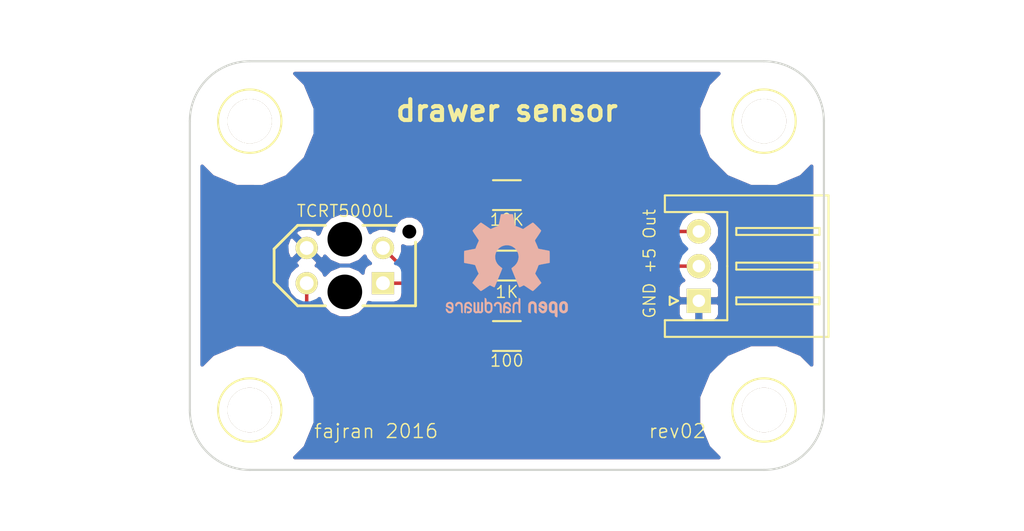
<source format=kicad_pcb>
(kicad_pcb (version 4) (host pcbnew 4.0.3+e1-6302~38~ubuntu15.04.1-stable)

  (general
    (links 8)
    (no_connects 0)
    (area 114.834999 78.639999 188.695001 116.940001)
    (thickness 1.6)
    (drawings 33)
    (tracks 19)
    (zones 0)
    (modules 10)
    (nets 6)
  )

  (page A4)
  (layers
    (0 F.Cu signal)
    (31 B.Cu signal)
    (32 B.Adhes user)
    (33 F.Adhes user)
    (34 B.Paste user)
    (35 F.Paste user)
    (36 B.SilkS user)
    (37 F.SilkS user)
    (38 B.Mask user)
    (39 F.Mask user)
    (40 Dwgs.User user)
    (41 Cmts.User user)
    (42 Eco1.User user)
    (43 Eco2.User user)
    (44 Edge.Cuts user)
    (45 Margin user)
    (46 B.CrtYd user)
    (47 F.CrtYd user)
    (48 B.Fab user)
    (49 F.Fab user)
  )

  (setup
    (last_trace_width 0.25)
    (trace_clearance 0.3)
    (zone_clearance 0.508)
    (zone_45_only yes)
    (trace_min 0.2)
    (segment_width 0.2)
    (edge_width 0.15)
    (via_size 0.6)
    (via_drill 0.4)
    (via_min_size 0.4)
    (via_min_drill 0.3)
    (uvia_size 0.3)
    (uvia_drill 0.1)
    (uvias_allowed no)
    (uvia_min_size 0.2)
    (uvia_min_drill 0.1)
    (pcb_text_width 0.3)
    (pcb_text_size 1.5 1.5)
    (mod_edge_width 0.15)
    (mod_text_size 1 1)
    (mod_text_width 0.15)
    (pad_size 3.2 3.2)
    (pad_drill 3.2)
    (pad_to_mask_clearance 0.2)
    (aux_axis_origin 151.13 97.79)
    (visible_elements FFFFFF7F)
    (pcbplotparams
      (layerselection 0x010f0_80000001)
      (usegerberextensions false)
      (excludeedgelayer true)
      (linewidth 0.100000)
      (plotframeref false)
      (viasonmask false)
      (mode 1)
      (useauxorigin false)
      (hpglpennumber 1)
      (hpglpenspeed 20)
      (hpglpendiameter 15)
      (hpglpenoverlay 2)
      (psnegative false)
      (psa4output false)
      (plotreference true)
      (plotvalue true)
      (plotinvisibletext false)
      (padsonsilk false)
      (subtractmaskfromsilk false)
      (outputformat 1)
      (mirror false)
      (drillshape 0)
      (scaleselection 1)
      (outputdirectory gerber))
  )

  (net 0 "")
  (net 1 "Net-(R1-Pad1)")
  (net 2 "Net-(R3-Pad2)")
  (net 3 /Out)
  (net 4 GND)
  (net 5 +5V)

  (net_class Default "This is the default net class."
    (clearance 0.3)
    (trace_width 0.25)
    (via_dia 0.6)
    (via_drill 0.4)
    (uvia_dia 0.3)
    (uvia_drill 0.1)
    (add_net +5V)
    (add_net /Out)
    (add_net GND)
    (add_net "Net-(R1-Pad1)")
    (add_net "Net-(R3-Pad2)")
  )

  (module Connect:1pin (layer F.Cu) (tedit 57C0AAF0) (tstamp 579D639E)
    (at 132.842 87.376)
    (descr "module 1 pin (ou trou mecanique de percage)")
    (tags DEV)
    (fp_text reference M (at 0 -3.048) (layer F.SilkS) hide
      (effects (font (size 1 1) (thickness 0.15)))
    )
    (fp_text value 1pin (at 0 2.794) (layer F.Fab) hide
      (effects (font (size 1 1) (thickness 0.15)))
    )
    (fp_circle (center 0 0) (end 0 -2.286) (layer F.SilkS) (width 0.15))
    (pad 1 thru_hole circle (at 0 0) (size 3.2 3.2) (drill 3.2) (layers *.Cu *.Mask F.SilkS)
      (solder_mask_margin 2) (clearance 3))
  )

  (module Connect:1pin (layer F.Cu) (tedit 57C0AAFE) (tstamp 579D660D)
    (at 169.926 87.376)
    (descr "module 1 pin (ou trou mecanique de percage)")
    (tags DEV)
    (fp_text reference REF** (at 0 -3.048) (layer F.SilkS) hide
      (effects (font (size 1 1) (thickness 0.15)))
    )
    (fp_text value 1pin (at 0 2.794) (layer F.Fab) hide
      (effects (font (size 1 1) (thickness 0.15)))
    )
    (fp_circle (center 0 0) (end 0 -2.286) (layer F.SilkS) (width 0.15))
    (pad 1 thru_hole circle (at 0 0) (size 3.2 3.2) (drill 3.2) (layers *.Cu *.Mask F.SilkS)
      (solder_mask_margin 2) (clearance 3))
  )

  (module Connect:1pin (layer F.Cu) (tedit 57C0AB0A) (tstamp 57A69AB0)
    (at 132.842 108.204)
    (descr "module 1 pin (ou trou mecanique de percage)")
    (tags DEV)
    (fp_text reference REF** (at 0 -3.048) (layer F.SilkS) hide
      (effects (font (size 1 1) (thickness 0.15)))
    )
    (fp_text value 1pin (at 0 2.794) (layer F.Fab) hide
      (effects (font (size 1 1) (thickness 0.15)))
    )
    (fp_circle (center 0 0) (end 0 -2.286) (layer F.SilkS) (width 0.15))
    (pad 1 thru_hole circle (at 0 0) (size 3.2 3.2) (drill 3.2) (layers *.Cu *.Mask F.SilkS)
      (solder_mask_margin 2) (clearance 3))
  )

  (module Connect:1pin (layer F.Cu) (tedit 57C0AB06) (tstamp 57A69AD8)
    (at 169.926 108.204)
    (descr "module 1 pin (ou trou mecanique de percage)")
    (tags DEV)
    (fp_text reference REF** (at 0 -3.048) (layer F.SilkS) hide
      (effects (font (size 1 1) (thickness 0.15)))
    )
    (fp_text value 1pin (at 0 2.794) (layer F.Fab) hide
      (effects (font (size 1 1) (thickness 0.15)))
    )
    (fp_circle (center 0 0) (end 0 -2.286) (layer F.SilkS) (width 0.15))
    (pad 1 thru_hole circle (at 0 0) (size 3.2 3.2) (drill 3.2) (layers *.Cu *.Mask F.SilkS)
      (solder_mask_margin 2) (clearance 3))
  )

  (module Resistors_SMD:R_1206_HandSoldering (layer F.Cu) (tedit 57BE1B7C) (tstamp 57BE1910)
    (at 151.384 92.71)
    (descr "Resistor SMD 1206, hand soldering")
    (tags "resistor 1206")
    (path /57893D2E)
    (attr smd)
    (fp_text reference R1 (at 0 -2.3) (layer F.SilkS) hide
      (effects (font (size 1 1) (thickness 0.15)))
    )
    (fp_text value 10K (at 0 1.778) (layer F.SilkS)
      (effects (font (size 0.85 0.85) (thickness 0.1)))
    )
    (fp_line (start -3.3 -1.2) (end 3.3 -1.2) (layer F.CrtYd) (width 0.05))
    (fp_line (start -3.3 1.2) (end 3.3 1.2) (layer F.CrtYd) (width 0.05))
    (fp_line (start -3.3 -1.2) (end -3.3 1.2) (layer F.CrtYd) (width 0.05))
    (fp_line (start 3.3 -1.2) (end 3.3 1.2) (layer F.CrtYd) (width 0.05))
    (fp_line (start 1 1.075) (end -1 1.075) (layer F.SilkS) (width 0.15))
    (fp_line (start -1 -1.075) (end 1 -1.075) (layer F.SilkS) (width 0.15))
    (pad 1 smd rect (at -2 0) (size 2 1.7) (layers F.Cu F.Paste F.Mask)
      (net 1 "Net-(R1-Pad1)"))
    (pad 2 smd rect (at 2 0) (size 2 1.7) (layers F.Cu F.Paste F.Mask)
      (net 4 GND))
    (model Resistors_SMD.3dshapes/R_1206_HandSoldering.wrl
      (at (xyz 0 0 0))
      (scale (xyz 1 1 1))
      (rotate (xyz 0 0 0))
    )
  )

  (module Resistors_SMD:R_1206_HandSoldering (layer F.Cu) (tedit 57BE1A02) (tstamp 57BE1916)
    (at 151.384 97.79 180)
    (descr "Resistor SMD 1206, hand soldering")
    (tags "resistor 1206")
    (path /57893C83)
    (attr smd)
    (fp_text reference R2 (at 0 -2.3 180) (layer F.SilkS) hide
      (effects (font (size 1 1) (thickness 0.15)))
    )
    (fp_text value 1K (at 0 -1.905 180) (layer F.SilkS)
      (effects (font (size 0.85 0.85) (thickness 0.1)))
    )
    (fp_line (start -3.3 -1.2) (end 3.3 -1.2) (layer F.CrtYd) (width 0.05))
    (fp_line (start -3.3 1.2) (end 3.3 1.2) (layer F.CrtYd) (width 0.05))
    (fp_line (start -3.3 -1.2) (end -3.3 1.2) (layer F.CrtYd) (width 0.05))
    (fp_line (start 3.3 -1.2) (end 3.3 1.2) (layer F.CrtYd) (width 0.05))
    (fp_line (start 1 1.075) (end -1 1.075) (layer F.SilkS) (width 0.15))
    (fp_line (start -1 -1.075) (end 1 -1.075) (layer F.SilkS) (width 0.15))
    (pad 1 smd rect (at -2 0 180) (size 2 1.7) (layers F.Cu F.Paste F.Mask)
      (net 3 /Out))
    (pad 2 smd rect (at 2 0 180) (size 2 1.7) (layers F.Cu F.Paste F.Mask)
      (net 1 "Net-(R1-Pad1)"))
    (model Resistors_SMD.3dshapes/R_1206_HandSoldering.wrl
      (at (xyz 0 0 0))
      (scale (xyz 1 1 1))
      (rotate (xyz 0 0 0))
    )
  )

  (module Resistors_SMD:R_1206_HandSoldering (layer F.Cu) (tedit 57BE1B5D) (tstamp 57BE191C)
    (at 151.384 102.87 180)
    (descr "Resistor SMD 1206, hand soldering")
    (tags "resistor 1206")
    (path /57893D49)
    (attr smd)
    (fp_text reference R3 (at 0 -2.3 180) (layer F.SilkS) hide
      (effects (font (size 1 1) (thickness 0.15)))
    )
    (fp_text value 100 (at 0 -1.778 180) (layer F.SilkS)
      (effects (font (size 0.85 0.85) (thickness 0.1)))
    )
    (fp_line (start -3.3 -1.2) (end 3.3 -1.2) (layer F.CrtYd) (width 0.05))
    (fp_line (start -3.3 1.2) (end 3.3 1.2) (layer F.CrtYd) (width 0.05))
    (fp_line (start -3.3 -1.2) (end -3.3 1.2) (layer F.CrtYd) (width 0.05))
    (fp_line (start 3.3 -1.2) (end 3.3 1.2) (layer F.CrtYd) (width 0.05))
    (fp_line (start 1 1.075) (end -1 1.075) (layer F.SilkS) (width 0.15))
    (fp_line (start -1 -1.075) (end 1 -1.075) (layer F.SilkS) (width 0.15))
    (pad 1 smd rect (at -2 0 180) (size 2 1.7) (layers F.Cu F.Paste F.Mask)
      (net 5 +5V))
    (pad 2 smd rect (at 2 0 180) (size 2 1.7) (layers F.Cu F.Paste F.Mask)
      (net 2 "Net-(R3-Pad2)"))
    (model Resistors_SMD.3dshapes/R_1206_HandSoldering.wrl
      (at (xyz 0 0 0))
      (scale (xyz 1 1 1))
      (rotate (xyz 0 0 0))
    )
  )

  (module TCRT5000L:XDCR_TCRT5000L (layer F.Cu) (tedit 57BE19CD) (tstamp 57BE1927)
    (at 139.7 97.79 180)
    (path /57893C3C)
    (solder_mask_margin 0.1)
    (fp_text reference Sensor1 (at -2.56 -3.935 180) (layer F.SilkS) hide
      (effects (font (size 1 1) (thickness 0.05)))
    )
    (fp_text value TCRT5000L (at 0 3.937 180) (layer F.SilkS)
      (effects (font (size 0.85 0.85) (thickness 0.1)))
    )
    (fp_line (start -5.1 -2.9) (end -1.3 -2.9) (layer F.SilkS) (width 0.2))
    (fp_line (start 1.4 -2.9) (end 3.4 -2.9) (layer F.SilkS) (width 0.2))
    (fp_line (start 3.4 2.9) (end 1.4 2.9) (layer F.SilkS) (width 0.2))
    (fp_line (start -1.3 2.9) (end -3.7 2.9) (layer F.SilkS) (width 0.2))
    (fp_line (start -5.1 1.7) (end -5.1 -2.9) (layer F.SilkS) (width 0.2))
    (fp_line (start 3.4 -2.9) (end 5.1 -1.2) (layer F.SilkS) (width 0.2))
    (fp_line (start 5.1 -1.2) (end 5.1 1.2) (layer F.SilkS) (width 0.2))
    (fp_line (start 5.1 1.2) (end 3.4 2.9) (layer F.SilkS) (width 0.2))
    (fp_line (start -5.35 -3.15) (end 5.35 -3.15) (layer Dwgs.User) (width 0.05))
    (fp_line (start 5.35 -3.15) (end 5.35 3.15) (layer Dwgs.User) (width 0.05))
    (fp_line (start 5.35 3.15) (end -5.35 3.15) (layer Dwgs.User) (width 0.05))
    (fp_line (start -5.35 3.15) (end -5.35 -3.15) (layer Dwgs.User) (width 0.05))
    (pad 1 thru_hole rect (at -2.75 -1.27 180) (size 1.6 1.6) (drill 1) (layers *.Cu *.Mask F.SilkS)
      (net 5 +5V) (solder_mask_margin 0.2))
    (pad 2 thru_hole circle (at -2.75 1.27 180) (size 1.6 1.6) (drill 1) (layers *.Cu *.Mask F.SilkS)
      (net 1 "Net-(R1-Pad1)") (solder_mask_margin 0.2))
    (pad 3 thru_hole circle (at 2.75 1.27 180) (size 1.6 1.6) (drill 1) (layers *.Cu *.Mask F.SilkS)
      (net 4 GND) (solder_mask_margin 0.2))
    (pad 4 thru_hole circle (at 2.75 -1.27 180) (size 1.6 1.6) (drill 1) (layers *.Cu *.Mask F.SilkS)
      (net 2 "Net-(R3-Pad2)") (solder_mask_margin 0.2))
    (pad Hole np_thru_hole circle (at 0 -1.9 180) (size 2.5 2.5) (drill 2.5) (layers))
    (pad Hole np_thru_hole circle (at 0 1.9 180) (size 2.5 2.5) (drill 2.5) (layers))
    (pad Hole np_thru_hole circle (at -4.65 2.45 180) (size 1 1) (drill 1) (layers))
  )

  (module Connectors_JST:JST_XH_S03B-XH-A_03x2.50mm_Angled (layer F.Cu) (tedit 57BE1994) (tstamp 57BE192E)
    (at 165.227 100.33 90)
    (descr "JST XH series connector, S03B-XH-A, side entry type, through hole")
    (tags "connector jst xh tht side horizontal angled 2.50mm")
    (path /57A009A5)
    (fp_text reference U1 (at 2.5 -3.5 90) (layer F.SilkS) hide
      (effects (font (size 1 1) (thickness 0.15)))
    )
    (fp_text value 1_Out (at 2.5 10.3 90) (layer F.Fab)
      (effects (font (size 1 1) (thickness 0.15)))
    )
    (fp_line (start -2.95 -2.8) (end -2.95 9.7) (layer F.CrtYd) (width 0.05))
    (fp_line (start -2.95 9.7) (end 7.95 9.7) (layer F.CrtYd) (width 0.05))
    (fp_line (start 7.95 9.7) (end 7.95 -2.8) (layer F.CrtYd) (width 0.05))
    (fp_line (start 7.95 -2.8) (end -2.95 -2.8) (layer F.CrtYd) (width 0.05))
    (fp_line (start 2.5 9.35) (end -2.6 9.35) (layer F.SilkS) (width 0.15))
    (fp_line (start -2.6 9.35) (end -2.6 -2.45) (layer F.SilkS) (width 0.15))
    (fp_line (start -2.6 -2.45) (end -1.4 -2.45) (layer F.SilkS) (width 0.15))
    (fp_line (start -1.4 -2.45) (end -1.4 2.05) (layer F.SilkS) (width 0.15))
    (fp_line (start -1.4 2.05) (end 2.5 2.05) (layer F.SilkS) (width 0.15))
    (fp_line (start 2.5 9.35) (end 7.6 9.35) (layer F.SilkS) (width 0.15))
    (fp_line (start 7.6 9.35) (end 7.6 -2.45) (layer F.SilkS) (width 0.15))
    (fp_line (start 7.6 -2.45) (end 6.4 -2.45) (layer F.SilkS) (width 0.15))
    (fp_line (start 6.4 -2.45) (end 6.4 2.05) (layer F.SilkS) (width 0.15))
    (fp_line (start 6.4 2.05) (end 2.5 2.05) (layer F.SilkS) (width 0.15))
    (fp_line (start -0.25 2.7) (end -0.25 8.7) (layer F.SilkS) (width 0.15))
    (fp_line (start -0.25 8.7) (end 0.25 8.7) (layer F.SilkS) (width 0.15))
    (fp_line (start 0.25 8.7) (end 0.25 2.7) (layer F.SilkS) (width 0.15))
    (fp_line (start 0.25 2.7) (end -0.25 2.7) (layer F.SilkS) (width 0.15))
    (fp_line (start 2.25 2.7) (end 2.25 8.7) (layer F.SilkS) (width 0.15))
    (fp_line (start 2.25 8.7) (end 2.75 8.7) (layer F.SilkS) (width 0.15))
    (fp_line (start 2.75 8.7) (end 2.75 2.7) (layer F.SilkS) (width 0.15))
    (fp_line (start 2.75 2.7) (end 2.25 2.7) (layer F.SilkS) (width 0.15))
    (fp_line (start 4.75 2.7) (end 4.75 8.7) (layer F.SilkS) (width 0.15))
    (fp_line (start 4.75 8.7) (end 5.25 8.7) (layer F.SilkS) (width 0.15))
    (fp_line (start 5.25 8.7) (end 5.25 2.7) (layer F.SilkS) (width 0.15))
    (fp_line (start 5.25 2.7) (end 4.75 2.7) (layer F.SilkS) (width 0.15))
    (fp_line (start 0 -1.5) (end -0.3 -2.1) (layer F.SilkS) (width 0.15))
    (fp_line (start -0.3 -2.1) (end 0.3 -2.1) (layer F.SilkS) (width 0.15))
    (fp_line (start 0.3 -2.1) (end 0 -1.5) (layer F.SilkS) (width 0.15))
    (pad 1 thru_hole rect (at 0 0 90) (size 1.75 1.75) (drill 0.9) (layers *.Cu *.Mask F.SilkS)
      (net 4 GND))
    (pad 2 thru_hole circle (at 2.5 0 90) (size 1.75 1.75) (drill 0.9) (layers *.Cu *.Mask F.SilkS)
      (net 5 +5V))
    (pad 3 thru_hole circle (at 5 0 90) (size 1.75 1.75) (drill 0.9) (layers *.Cu *.Mask F.SilkS)
      (net 3 /Out))
    (model Connectors_JST.3dshapes/JST_XH_S03B-XH-A_03x2.50mm_Angled.wrl
      (at (xyz 0 0 0))
      (scale (xyz 1 1 1))
      (rotate (xyz 0 0 0))
    )
  )

  (module Symbols:OSHW-Logo2_9.8x8mm_SilkScreen (layer B.Cu) (tedit 0) (tstamp 57C17BBD)
    (at 151.384 97.79 180)
    (descr "Open Source Hardware Symbol")
    (tags "Logo Symbol OSHW")
    (attr virtual)
    (fp_text reference REF*** (at 0 0 180) (layer B.SilkS) hide
      (effects (font (size 1 1) (thickness 0.15)) (justify mirror))
    )
    (fp_text value OSHW-Logo2_9.8x8mm_SilkScreen (at 0.75 0 180) (layer B.Fab) hide
      (effects (font (size 1 1) (thickness 0.15)) (justify mirror))
    )
    (fp_poly (pts (xy -3.231114 -2.584505) (xy -3.156461 -2.621727) (xy -3.090569 -2.690261) (xy -3.072423 -2.715648)
      (xy -3.052655 -2.748866) (xy -3.039828 -2.784945) (xy -3.03249 -2.833098) (xy -3.029187 -2.902536)
      (xy -3.028462 -2.994206) (xy -3.031737 -3.11983) (xy -3.043123 -3.214154) (xy -3.064959 -3.284523)
      (xy -3.099581 -3.338286) (xy -3.14933 -3.382788) (xy -3.152986 -3.385423) (xy -3.202015 -3.412377)
      (xy -3.261055 -3.425712) (xy -3.336141 -3.429) (xy -3.458205 -3.429) (xy -3.458256 -3.547497)
      (xy -3.459392 -3.613492) (xy -3.466314 -3.652202) (xy -3.484402 -3.675419) (xy -3.519038 -3.694933)
      (xy -3.527355 -3.69892) (xy -3.56628 -3.717603) (xy -3.596417 -3.729403) (xy -3.618826 -3.730422)
      (xy -3.634567 -3.716761) (xy -3.644698 -3.684522) (xy -3.650277 -3.629804) (xy -3.652365 -3.548711)
      (xy -3.652019 -3.437344) (xy -3.6503 -3.291802) (xy -3.649763 -3.248269) (xy -3.647828 -3.098205)
      (xy -3.646096 -3.000042) (xy -3.458308 -3.000042) (xy -3.457252 -3.083364) (xy -3.452562 -3.13788)
      (xy -3.441949 -3.173837) (xy -3.423128 -3.201482) (xy -3.41035 -3.214965) (xy -3.35811 -3.254417)
      (xy -3.311858 -3.257628) (xy -3.264133 -3.225049) (xy -3.262923 -3.223846) (xy -3.243506 -3.198668)
      (xy -3.231693 -3.164447) (xy -3.225735 -3.111748) (xy -3.22388 -3.031131) (xy -3.223846 -3.013271)
      (xy -3.22833 -2.902175) (xy -3.242926 -2.825161) (xy -3.26935 -2.778147) (xy -3.309317 -2.75705)
      (xy -3.332416 -2.754923) (xy -3.387238 -2.7649) (xy -3.424842 -2.797752) (xy -3.447477 -2.857857)
      (xy -3.457394 -2.949598) (xy -3.458308 -3.000042) (xy -3.646096 -3.000042) (xy -3.645778 -2.98206)
      (xy -3.643127 -2.894679) (xy -3.639394 -2.830905) (xy -3.634093 -2.785582) (xy -3.626742 -2.753555)
      (xy -3.616857 -2.729668) (xy -3.603954 -2.708764) (xy -3.598421 -2.700898) (xy -3.525031 -2.626595)
      (xy -3.43224 -2.584467) (xy -3.324904 -2.572722) (xy -3.231114 -2.584505)) (layer B.SilkS) (width 0.01))
    (fp_poly (pts (xy -1.728336 -2.595089) (xy -1.665633 -2.631358) (xy -1.622039 -2.667358) (xy -1.590155 -2.705075)
      (xy -1.56819 -2.751199) (xy -1.554351 -2.812421) (xy -1.546847 -2.895431) (xy -1.543883 -3.006919)
      (xy -1.543539 -3.087062) (xy -1.543539 -3.382065) (xy -1.709615 -3.456515) (xy -1.719385 -3.133402)
      (xy -1.723421 -3.012729) (xy -1.727656 -2.925141) (xy -1.732903 -2.86465) (xy -1.739975 -2.825268)
      (xy -1.749689 -2.801007) (xy -1.762856 -2.78588) (xy -1.767081 -2.782606) (xy -1.831091 -2.757034)
      (xy -1.895792 -2.767153) (xy -1.934308 -2.794) (xy -1.949975 -2.813024) (xy -1.96082 -2.837988)
      (xy -1.967712 -2.875834) (xy -1.971521 -2.933502) (xy -1.973117 -3.017935) (xy -1.973385 -3.105928)
      (xy -1.973437 -3.216323) (xy -1.975328 -3.294463) (xy -1.981655 -3.347165) (xy -1.995017 -3.381242)
      (xy -2.018015 -3.403511) (xy -2.053246 -3.420787) (xy -2.100303 -3.438738) (xy -2.151697 -3.458278)
      (xy -2.145579 -3.111485) (xy -2.143116 -2.986468) (xy -2.140233 -2.894082) (xy -2.136102 -2.827881)
      (xy -2.129893 -2.78142) (xy -2.120774 -2.748256) (xy -2.107917 -2.721944) (xy -2.092416 -2.698729)
      (xy -2.017629 -2.624569) (xy -1.926372 -2.581684) (xy -1.827117 -2.571412) (xy -1.728336 -2.595089)) (layer B.SilkS) (width 0.01))
    (fp_poly (pts (xy -3.983114 -2.587256) (xy -3.891536 -2.635409) (xy -3.823951 -2.712905) (xy -3.799943 -2.762727)
      (xy -3.781262 -2.837533) (xy -3.771699 -2.932052) (xy -3.770792 -3.03521) (xy -3.778079 -3.135935)
      (xy -3.793097 -3.223153) (xy -3.815385 -3.285791) (xy -3.822235 -3.296579) (xy -3.903368 -3.377105)
      (xy -3.999734 -3.425336) (xy -4.104299 -3.43945) (xy -4.210032 -3.417629) (xy -4.239457 -3.404547)
      (xy -4.296759 -3.364231) (xy -4.34705 -3.310775) (xy -4.351803 -3.303995) (xy -4.371122 -3.271321)
      (xy -4.383892 -3.236394) (xy -4.391436 -3.190414) (xy -4.395076 -3.124584) (xy -4.396135 -3.030105)
      (xy -4.396154 -3.008923) (xy -4.396106 -3.002182) (xy -4.200769 -3.002182) (xy -4.199632 -3.091349)
      (xy -4.195159 -3.15052) (xy -4.185754 -3.188741) (xy -4.169824 -3.215053) (xy -4.161692 -3.223846)
      (xy -4.114942 -3.257261) (xy -4.069553 -3.255737) (xy -4.02366 -3.226752) (xy -3.996288 -3.195809)
      (xy -3.980077 -3.150643) (xy -3.970974 -3.07942) (xy -3.970349 -3.071114) (xy -3.968796 -2.942037)
      (xy -3.985035 -2.846172) (xy -4.018848 -2.784107) (xy -4.070016 -2.756432) (xy -4.08828 -2.754923)
      (xy -4.13624 -2.762513) (xy -4.169047 -2.788808) (xy -4.189105 -2.839095) (xy -4.198822 -2.918664)
      (xy -4.200769 -3.002182) (xy -4.396106 -3.002182) (xy -4.395426 -2.908249) (xy -4.392371 -2.837906)
      (xy -4.385678 -2.789163) (xy -4.37404 -2.753288) (xy -4.356147 -2.721548) (xy -4.352192 -2.715648)
      (xy -4.285733 -2.636104) (xy -4.213315 -2.589929) (xy -4.125151 -2.571599) (xy -4.095213 -2.570703)
      (xy -3.983114 -2.587256)) (layer B.SilkS) (width 0.01))
    (fp_poly (pts (xy -2.465746 -2.599745) (xy -2.388714 -2.651567) (xy -2.329184 -2.726412) (xy -2.293622 -2.821654)
      (xy -2.286429 -2.891756) (xy -2.287246 -2.921009) (xy -2.294086 -2.943407) (xy -2.312888 -2.963474)
      (xy -2.349592 -2.985733) (xy -2.410138 -3.014709) (xy -2.500466 -3.054927) (xy -2.500923 -3.055129)
      (xy -2.584067 -3.09321) (xy -2.652247 -3.127025) (xy -2.698495 -3.152933) (xy -2.715842 -3.167295)
      (xy -2.715846 -3.167411) (xy -2.700557 -3.198685) (xy -2.664804 -3.233157) (xy -2.623758 -3.25799)
      (xy -2.602963 -3.262923) (xy -2.54623 -3.245862) (xy -2.497373 -3.203133) (xy -2.473535 -3.156155)
      (xy -2.450603 -3.121522) (xy -2.405682 -3.082081) (xy -2.352877 -3.048009) (xy -2.30629 -3.02948)
      (xy -2.296548 -3.028462) (xy -2.285582 -3.045215) (xy -2.284921 -3.088039) (xy -2.29298 -3.145781)
      (xy -2.308173 -3.207289) (xy -2.328914 -3.261409) (xy -2.329962 -3.26351) (xy -2.392379 -3.35066)
      (xy -2.473274 -3.409939) (xy -2.565144 -3.439034) (xy -2.660487 -3.435634) (xy -2.751802 -3.397428)
      (xy -2.755862 -3.394741) (xy -2.827694 -3.329642) (xy -2.874927 -3.244705) (xy -2.901066 -3.133021)
      (xy -2.904574 -3.101643) (xy -2.910787 -2.953536) (xy -2.903339 -2.884468) (xy -2.715846 -2.884468)
      (xy -2.71341 -2.927552) (xy -2.700086 -2.940126) (xy -2.666868 -2.930719) (xy -2.614506 -2.908483)
      (xy -2.555976 -2.88061) (xy -2.554521 -2.879872) (xy -2.504911 -2.853777) (xy -2.485 -2.836363)
      (xy -2.48991 -2.818107) (xy -2.510584 -2.79412) (xy -2.563181 -2.759406) (xy -2.619823 -2.756856)
      (xy -2.670631 -2.782119) (xy -2.705724 -2.830847) (xy -2.715846 -2.884468) (xy -2.903339 -2.884468)
      (xy -2.898008 -2.835036) (xy -2.865222 -2.741055) (xy -2.819579 -2.675215) (xy -2.737198 -2.608681)
      (xy -2.646454 -2.575676) (xy -2.553815 -2.573573) (xy -2.465746 -2.599745)) (layer B.SilkS) (width 0.01))
    (fp_poly (pts (xy -0.840154 -2.49212) (xy -0.834428 -2.57198) (xy -0.827851 -2.619039) (xy -0.818738 -2.639566)
      (xy -0.805402 -2.639829) (xy -0.801077 -2.637378) (xy -0.743556 -2.619636) (xy -0.668732 -2.620672)
      (xy -0.592661 -2.63891) (xy -0.545082 -2.662505) (xy -0.496298 -2.700198) (xy -0.460636 -2.742855)
      (xy -0.436155 -2.797057) (xy -0.420913 -2.869384) (xy -0.41297 -2.966419) (xy -0.410384 -3.094742)
      (xy -0.410338 -3.119358) (xy -0.410308 -3.39587) (xy -0.471839 -3.41732) (xy -0.515541 -3.431912)
      (xy -0.539518 -3.438706) (xy -0.540223 -3.438769) (xy -0.542585 -3.420345) (xy -0.544594 -3.369526)
      (xy -0.546099 -3.292993) (xy -0.546947 -3.19743) (xy -0.547077 -3.139329) (xy -0.547349 -3.024771)
      (xy -0.548748 -2.942667) (xy -0.552151 -2.886393) (xy -0.558433 -2.849326) (xy -0.568471 -2.824844)
      (xy -0.583139 -2.806325) (xy -0.592298 -2.797406) (xy -0.655211 -2.761466) (xy -0.723864 -2.758775)
      (xy -0.786152 -2.78917) (xy -0.797671 -2.800144) (xy -0.814567 -2.820779) (xy -0.826286 -2.845256)
      (xy -0.833767 -2.880647) (xy -0.837946 -2.934026) (xy -0.839763 -3.012466) (xy -0.840154 -3.120617)
      (xy -0.840154 -3.39587) (xy -0.901685 -3.41732) (xy -0.945387 -3.431912) (xy -0.969364 -3.438706)
      (xy -0.97007 -3.438769) (xy -0.971874 -3.420069) (xy -0.9735 -3.367322) (xy -0.974883 -3.285557)
      (xy -0.975958 -3.179805) (xy -0.97666 -3.055094) (xy -0.976923 -2.916455) (xy -0.976923 -2.381806)
      (xy -0.849923 -2.328236) (xy -0.840154 -2.49212)) (layer B.SilkS) (width 0.01))
    (fp_poly (pts (xy 0.053501 -2.626303) (xy 0.13006 -2.654733) (xy 0.130936 -2.655279) (xy 0.178285 -2.690127)
      (xy 0.213241 -2.730852) (xy 0.237825 -2.783925) (xy 0.254062 -2.855814) (xy 0.263975 -2.952992)
      (xy 0.269586 -3.081928) (xy 0.270077 -3.100298) (xy 0.277141 -3.377287) (xy 0.217695 -3.408028)
      (xy 0.174681 -3.428802) (xy 0.14871 -3.438646) (xy 0.147509 -3.438769) (xy 0.143014 -3.420606)
      (xy 0.139444 -3.371612) (xy 0.137248 -3.300031) (xy 0.136769 -3.242068) (xy 0.136758 -3.14817)
      (xy 0.132466 -3.089203) (xy 0.117503 -3.061079) (xy 0.085482 -3.059706) (xy 0.030014 -3.080998)
      (xy -0.053731 -3.120136) (xy -0.115311 -3.152643) (xy -0.146983 -3.180845) (xy -0.156294 -3.211582)
      (xy -0.156308 -3.213104) (xy -0.140943 -3.266054) (xy -0.095453 -3.29466) (xy -0.025834 -3.298803)
      (xy 0.024313 -3.298084) (xy 0.050754 -3.312527) (xy 0.067243 -3.347218) (xy 0.076733 -3.391416)
      (xy 0.063057 -3.416493) (xy 0.057907 -3.420082) (xy 0.009425 -3.434496) (xy -0.058469 -3.436537)
      (xy -0.128388 -3.426983) (xy -0.177932 -3.409522) (xy -0.24643 -3.351364) (xy -0.285366 -3.270408)
      (xy -0.293077 -3.20716) (xy -0.287193 -3.150111) (xy -0.265899 -3.103542) (xy -0.223735 -3.062181)
      (xy -0.155241 -3.020755) (xy -0.054956 -2.973993) (xy -0.048846 -2.97135) (xy 0.04149 -2.929617)
      (xy 0.097235 -2.895391) (xy 0.121129 -2.864635) (xy 0.115913 -2.833311) (xy 0.084328 -2.797383)
      (xy 0.074883 -2.789116) (xy 0.011617 -2.757058) (xy -0.053936 -2.758407) (xy -0.111028 -2.789838)
      (xy -0.148907 -2.848024) (xy -0.152426 -2.859446) (xy -0.1867 -2.914837) (xy -0.230191 -2.941518)
      (xy -0.293077 -2.96796) (xy -0.293077 -2.899548) (xy -0.273948 -2.80011) (xy -0.217169 -2.708902)
      (xy -0.187622 -2.678389) (xy -0.120458 -2.639228) (xy -0.035044 -2.6215) (xy 0.053501 -2.626303)) (layer B.SilkS) (width 0.01))
    (fp_poly (pts (xy 0.713362 -2.62467) (xy 0.802117 -2.657421) (xy 0.874022 -2.71535) (xy 0.902144 -2.756128)
      (xy 0.932802 -2.830954) (xy 0.932165 -2.885058) (xy 0.899987 -2.921446) (xy 0.888081 -2.927633)
      (xy 0.836675 -2.946925) (xy 0.810422 -2.941982) (xy 0.80153 -2.909587) (xy 0.801077 -2.891692)
      (xy 0.784797 -2.825859) (xy 0.742365 -2.779807) (xy 0.683388 -2.757564) (xy 0.617475 -2.763161)
      (xy 0.563895 -2.792229) (xy 0.545798 -2.80881) (xy 0.532971 -2.828925) (xy 0.524306 -2.859332)
      (xy 0.518696 -2.906788) (xy 0.515035 -2.97805) (xy 0.512215 -3.079875) (xy 0.511484 -3.112115)
      (xy 0.50882 -3.22241) (xy 0.505792 -3.300036) (xy 0.50125 -3.351396) (xy 0.494046 -3.38289)
      (xy 0.483033 -3.40092) (xy 0.46706 -3.411888) (xy 0.456834 -3.416733) (xy 0.413406 -3.433301)
      (xy 0.387842 -3.438769) (xy 0.379395 -3.420507) (xy 0.374239 -3.365296) (xy 0.372346 -3.272499)
      (xy 0.373689 -3.141478) (xy 0.374107 -3.121269) (xy 0.377058 -3.001733) (xy 0.380548 -2.914449)
      (xy 0.385514 -2.852591) (xy 0.392893 -2.809336) (xy 0.403624 -2.77786) (xy 0.418645 -2.751339)
      (xy 0.426502 -2.739975) (xy 0.471553 -2.689692) (xy 0.52194 -2.650581) (xy 0.528108 -2.647167)
      (xy 0.618458 -2.620212) (xy 0.713362 -2.62467)) (layer B.SilkS) (width 0.01))
    (fp_poly (pts (xy 1.602081 -2.780289) (xy 1.601833 -2.92632) (xy 1.600872 -3.038655) (xy 1.598794 -3.122678)
      (xy 1.595193 -3.183769) (xy 1.589665 -3.227309) (xy 1.581804 -3.258679) (xy 1.571207 -3.283262)
      (xy 1.563182 -3.297294) (xy 1.496728 -3.373388) (xy 1.41247 -3.421084) (xy 1.319249 -3.438199)
      (xy 1.2259 -3.422546) (xy 1.170312 -3.394418) (xy 1.111957 -3.34576) (xy 1.072186 -3.286333)
      (xy 1.04819 -3.208507) (xy 1.037161 -3.104652) (xy 1.035599 -3.028462) (xy 1.035809 -3.022986)
      (xy 1.172308 -3.022986) (xy 1.173141 -3.110355) (xy 1.176961 -3.168192) (xy 1.185746 -3.206029)
      (xy 1.201474 -3.233398) (xy 1.220266 -3.254042) (xy 1.283375 -3.29389) (xy 1.351137 -3.297295)
      (xy 1.415179 -3.264025) (xy 1.420164 -3.259517) (xy 1.441439 -3.236067) (xy 1.454779 -3.208166)
      (xy 1.462001 -3.166641) (xy 1.464923 -3.102316) (xy 1.465385 -3.0312) (xy 1.464383 -2.941858)
      (xy 1.460238 -2.882258) (xy 1.451236 -2.843089) (xy 1.435667 -2.81504) (xy 1.422902 -2.800144)
      (xy 1.3636 -2.762575) (xy 1.295301 -2.758057) (xy 1.23011 -2.786753) (xy 1.217528 -2.797406)
      (xy 1.196111 -2.821063) (xy 1.182744 -2.849251) (xy 1.175566 -2.891245) (xy 1.172719 -2.956319)
      (xy 1.172308 -3.022986) (xy 1.035809 -3.022986) (xy 1.040322 -2.905765) (xy 1.056362 -2.813577)
      (xy 1.086528 -2.744269) (xy 1.133629 -2.690211) (xy 1.170312 -2.662505) (xy 1.23699 -2.632572)
      (xy 1.314272 -2.618678) (xy 1.38611 -2.622397) (xy 1.426308 -2.6374) (xy 1.442082 -2.64167)
      (xy 1.45255 -2.62575) (xy 1.459856 -2.583089) (xy 1.465385 -2.518106) (xy 1.471437 -2.445732)
      (xy 1.479844 -2.402187) (xy 1.495141 -2.377287) (xy 1.521864 -2.360845) (xy 1.538654 -2.353564)
      (xy 1.602154 -2.326963) (xy 1.602081 -2.780289)) (layer B.SilkS) (width 0.01))
    (fp_poly (pts (xy 2.395929 -2.636662) (xy 2.398911 -2.688068) (xy 2.401247 -2.766192) (xy 2.402749 -2.864857)
      (xy 2.403231 -2.968343) (xy 2.403231 -3.318533) (xy 2.341401 -3.380363) (xy 2.298793 -3.418462)
      (xy 2.26139 -3.433895) (xy 2.21027 -3.432918) (xy 2.189978 -3.430433) (xy 2.126554 -3.4232)
      (xy 2.074095 -3.419055) (xy 2.061308 -3.418672) (xy 2.018199 -3.421176) (xy 1.956544 -3.427462)
      (xy 1.932638 -3.430433) (xy 1.873922 -3.435028) (xy 1.834464 -3.425046) (xy 1.795338 -3.394228)
      (xy 1.781215 -3.380363) (xy 1.719385 -3.318533) (xy 1.719385 -2.663503) (xy 1.76915 -2.640829)
      (xy 1.812002 -2.624034) (xy 1.837073 -2.618154) (xy 1.843501 -2.636736) (xy 1.849509 -2.688655)
      (xy 1.854697 -2.768172) (xy 1.858664 -2.869546) (xy 1.860577 -2.955192) (xy 1.865923 -3.292231)
      (xy 1.91256 -3.298825) (xy 1.954976 -3.294214) (xy 1.97576 -3.279287) (xy 1.98157 -3.251377)
      (xy 1.98653 -3.191925) (xy 1.990246 -3.108466) (xy 1.992324 -3.008532) (xy 1.992624 -2.957104)
      (xy 1.992923 -2.661054) (xy 2.054454 -2.639604) (xy 2.098004 -2.62502) (xy 2.121694 -2.618219)
      (xy 2.122377 -2.618154) (xy 2.124754 -2.636642) (xy 2.127366 -2.687906) (xy 2.129995 -2.765649)
      (xy 2.132421 -2.863574) (xy 2.134115 -2.955192) (xy 2.139461 -3.292231) (xy 2.256692 -3.292231)
      (xy 2.262072 -2.984746) (xy 2.267451 -2.677261) (xy 2.324601 -2.647707) (xy 2.366797 -2.627413)
      (xy 2.39177 -2.618204) (xy 2.392491 -2.618154) (xy 2.395929 -2.636662)) (layer B.SilkS) (width 0.01))
    (fp_poly (pts (xy 2.887333 -2.633528) (xy 2.94359 -2.659117) (xy 2.987747 -2.690124) (xy 3.020101 -2.724795)
      (xy 3.042438 -2.76952) (xy 3.056546 -2.830692) (xy 3.064211 -2.914701) (xy 3.06722 -3.02794)
      (xy 3.067538 -3.102509) (xy 3.067538 -3.39342) (xy 3.017773 -3.416095) (xy 2.978576 -3.432667)
      (xy 2.959157 -3.438769) (xy 2.955442 -3.42061) (xy 2.952495 -3.371648) (xy 2.950691 -3.300153)
      (xy 2.950308 -3.243385) (xy 2.948661 -3.161371) (xy 2.944222 -3.096309) (xy 2.93774 -3.056467)
      (xy 2.93259 -3.048) (xy 2.897977 -3.056646) (xy 2.84364 -3.078823) (xy 2.780722 -3.108886)
      (xy 2.720368 -3.141192) (xy 2.673721 -3.170098) (xy 2.651926 -3.189961) (xy 2.651839 -3.190175)
      (xy 2.653714 -3.226935) (xy 2.670525 -3.262026) (xy 2.700039 -3.290528) (xy 2.743116 -3.300061)
      (xy 2.779932 -3.29895) (xy 2.832074 -3.298133) (xy 2.859444 -3.310349) (xy 2.875882 -3.342624)
      (xy 2.877955 -3.34871) (xy 2.885081 -3.394739) (xy 2.866024 -3.422687) (xy 2.816353 -3.436007)
      (xy 2.762697 -3.43847) (xy 2.666142 -3.42021) (xy 2.616159 -3.394131) (xy 2.554429 -3.332868)
      (xy 2.52169 -3.25767) (xy 2.518753 -3.178211) (xy 2.546424 -3.104167) (xy 2.588047 -3.057769)
      (xy 2.629604 -3.031793) (xy 2.694922 -2.998907) (xy 2.771038 -2.965557) (xy 2.783726 -2.960461)
      (xy 2.867333 -2.923565) (xy 2.91553 -2.891046) (xy 2.93103 -2.858718) (xy 2.91655 -2.822394)
      (xy 2.891692 -2.794) (xy 2.832939 -2.759039) (xy 2.768293 -2.756417) (xy 2.709008 -2.783358)
      (xy 2.666339 -2.837088) (xy 2.660739 -2.85095) (xy 2.628133 -2.901936) (xy 2.58053 -2.939787)
      (xy 2.520461 -2.97085) (xy 2.520461 -2.882768) (xy 2.523997 -2.828951) (xy 2.539156 -2.786534)
      (xy 2.572768 -2.741279) (xy 2.605035 -2.70642) (xy 2.655209 -2.657062) (xy 2.694193 -2.630547)
      (xy 2.736064 -2.619911) (xy 2.78346 -2.618154) (xy 2.887333 -2.633528)) (layer B.SilkS) (width 0.01))
    (fp_poly (pts (xy 3.570807 -2.636782) (xy 3.594161 -2.646988) (xy 3.649902 -2.691134) (xy 3.697569 -2.754967)
      (xy 3.727048 -2.823087) (xy 3.731846 -2.85667) (xy 3.71576 -2.903556) (xy 3.680475 -2.928365)
      (xy 3.642644 -2.943387) (xy 3.625321 -2.946155) (xy 3.616886 -2.926066) (xy 3.60023 -2.882351)
      (xy 3.592923 -2.862598) (xy 3.551948 -2.794271) (xy 3.492622 -2.760191) (xy 3.416552 -2.761239)
      (xy 3.410918 -2.762581) (xy 3.370305 -2.781836) (xy 3.340448 -2.819375) (xy 3.320055 -2.879809)
      (xy 3.307836 -2.967751) (xy 3.3025 -3.087813) (xy 3.302 -3.151698) (xy 3.301752 -3.252403)
      (xy 3.300126 -3.321054) (xy 3.295801 -3.364673) (xy 3.287454 -3.390282) (xy 3.273765 -3.404903)
      (xy 3.253411 -3.415558) (xy 3.252234 -3.416095) (xy 3.213038 -3.432667) (xy 3.193619 -3.438769)
      (xy 3.190635 -3.420319) (xy 3.188081 -3.369323) (xy 3.18614 -3.292308) (xy 3.184997 -3.195805)
      (xy 3.184769 -3.125184) (xy 3.185932 -2.988525) (xy 3.190479 -2.884851) (xy 3.199999 -2.808108)
      (xy 3.216081 -2.752246) (xy 3.240313 -2.711212) (xy 3.274286 -2.678954) (xy 3.307833 -2.65644)
      (xy 3.388499 -2.626476) (xy 3.482381 -2.619718) (xy 3.570807 -2.636782)) (layer B.SilkS) (width 0.01))
    (fp_poly (pts (xy 4.245224 -2.647838) (xy 4.322528 -2.698361) (xy 4.359814 -2.74359) (xy 4.389353 -2.825663)
      (xy 4.391699 -2.890607) (xy 4.386385 -2.977445) (xy 4.186115 -3.065103) (xy 4.088739 -3.109887)
      (xy 4.025113 -3.145913) (xy 3.992029 -3.177117) (xy 3.98628 -3.207436) (xy 4.004658 -3.240805)
      (xy 4.024923 -3.262923) (xy 4.083889 -3.298393) (xy 4.148024 -3.300879) (xy 4.206926 -3.273235)
      (xy 4.250197 -3.21832) (xy 4.257936 -3.198928) (xy 4.295006 -3.138364) (xy 4.337654 -3.112552)
      (xy 4.396154 -3.090471) (xy 4.396154 -3.174184) (xy 4.390982 -3.23115) (xy 4.370723 -3.279189)
      (xy 4.328262 -3.334346) (xy 4.321951 -3.341514) (xy 4.27472 -3.390585) (xy 4.234121 -3.41692)
      (xy 4.183328 -3.429035) (xy 4.14122 -3.433003) (xy 4.065902 -3.433991) (xy 4.012286 -3.421466)
      (xy 3.978838 -3.402869) (xy 3.926268 -3.361975) (xy 3.889879 -3.317748) (xy 3.86685 -3.262126)
      (xy 3.854359 -3.187047) (xy 3.849587 -3.084449) (xy 3.849206 -3.032376) (xy 3.850501 -2.969948)
      (xy 3.968471 -2.969948) (xy 3.969839 -3.003438) (xy 3.973249 -3.008923) (xy 3.995753 -3.001472)
      (xy 4.044182 -2.981753) (xy 4.108908 -2.953718) (xy 4.122443 -2.947692) (xy 4.204244 -2.906096)
      (xy 4.249312 -2.869538) (xy 4.259217 -2.835296) (xy 4.235526 -2.800648) (xy 4.21596 -2.785339)
      (xy 4.14536 -2.754721) (xy 4.07928 -2.75978) (xy 4.023959 -2.797151) (xy 3.985636 -2.863473)
      (xy 3.973349 -2.916116) (xy 3.968471 -2.969948) (xy 3.850501 -2.969948) (xy 3.85173 -2.91072)
      (xy 3.861032 -2.82071) (xy 3.87946 -2.755167) (xy 3.90936 -2.706912) (xy 3.95308 -2.668767)
      (xy 3.972141 -2.65644) (xy 4.058726 -2.624336) (xy 4.153522 -2.622316) (xy 4.245224 -2.647838)) (layer B.SilkS) (width 0.01))
    (fp_poly (pts (xy 0.139878 3.712224) (xy 0.245612 3.711645) (xy 0.322132 3.710078) (xy 0.374372 3.707028)
      (xy 0.407263 3.702004) (xy 0.425737 3.694511) (xy 0.434727 3.684056) (xy 0.439163 3.670147)
      (xy 0.439594 3.668346) (xy 0.446333 3.635855) (xy 0.458808 3.571748) (xy 0.475719 3.482849)
      (xy 0.495771 3.375981) (xy 0.517664 3.257967) (xy 0.518429 3.253822) (xy 0.540359 3.138169)
      (xy 0.560877 3.035986) (xy 0.578659 2.953402) (xy 0.592381 2.896544) (xy 0.600718 2.871542)
      (xy 0.601116 2.871099) (xy 0.625677 2.85889) (xy 0.676315 2.838544) (xy 0.742095 2.814455)
      (xy 0.742461 2.814326) (xy 0.825317 2.783182) (xy 0.923 2.743509) (xy 1.015077 2.703619)
      (xy 1.019434 2.701647) (xy 1.169407 2.63358) (xy 1.501498 2.860361) (xy 1.603374 2.929496)
      (xy 1.695657 2.991303) (xy 1.773003 3.042267) (xy 1.830064 3.078873) (xy 1.861495 3.097606)
      (xy 1.864479 3.098996) (xy 1.887321 3.09281) (xy 1.929982 3.062965) (xy 1.994128 3.008053)
      (xy 2.081421 2.926666) (xy 2.170535 2.840078) (xy 2.256441 2.754753) (xy 2.333327 2.676892)
      (xy 2.396564 2.611303) (xy 2.441523 2.562795) (xy 2.463576 2.536175) (xy 2.464396 2.534805)
      (xy 2.466834 2.516537) (xy 2.45765 2.486705) (xy 2.434574 2.441279) (xy 2.395337 2.37623)
      (xy 2.33767 2.28753) (xy 2.260795 2.173343) (xy 2.19257 2.072838) (xy 2.131582 1.982697)
      (xy 2.081356 1.908151) (xy 2.045416 1.854435) (xy 2.027287 1.826782) (xy 2.026146 1.824905)
      (xy 2.028359 1.79841) (xy 2.045138 1.746914) (xy 2.073142 1.680149) (xy 2.083122 1.658828)
      (xy 2.126672 1.563841) (xy 2.173134 1.456063) (xy 2.210877 1.362808) (xy 2.238073 1.293594)
      (xy 2.259675 1.240994) (xy 2.272158 1.213503) (xy 2.273709 1.211384) (xy 2.296668 1.207876)
      (xy 2.350786 1.198262) (xy 2.428868 1.183911) (xy 2.523719 1.166193) (xy 2.628143 1.146475)
      (xy 2.734944 1.126126) (xy 2.836926 1.106514) (xy 2.926894 1.089009) (xy 2.997653 1.074978)
      (xy 3.042006 1.065791) (xy 3.052885 1.063193) (xy 3.064122 1.056782) (xy 3.072605 1.042303)
      (xy 3.078714 1.014867) (xy 3.082832 0.969589) (xy 3.085341 0.90158) (xy 3.086621 0.805953)
      (xy 3.087054 0.67782) (xy 3.087077 0.625299) (xy 3.087077 0.198155) (xy 2.9845 0.177909)
      (xy 2.927431 0.16693) (xy 2.842269 0.150905) (xy 2.739372 0.131767) (xy 2.629096 0.111449)
      (xy 2.598615 0.105868) (xy 2.496855 0.086083) (xy 2.408205 0.066627) (xy 2.340108 0.049303)
      (xy 2.300004 0.035912) (xy 2.293323 0.031921) (xy 2.276919 0.003658) (xy 2.253399 -0.051109)
      (xy 2.227316 -0.121588) (xy 2.222142 -0.136769) (xy 2.187956 -0.230896) (xy 2.145523 -0.337101)
      (xy 2.103997 -0.432473) (xy 2.103792 -0.432916) (xy 2.03464 -0.582525) (xy 2.489512 -1.251617)
      (xy 2.1975 -1.544116) (xy 2.10918 -1.63117) (xy 2.028625 -1.707909) (xy 1.96036 -1.770237)
      (xy 1.908908 -1.814056) (xy 1.878794 -1.83527) (xy 1.874474 -1.836616) (xy 1.849111 -1.826016)
      (xy 1.797358 -1.796547) (xy 1.724868 -1.751705) (xy 1.637294 -1.694984) (xy 1.542612 -1.631462)
      (xy 1.446516 -1.566668) (xy 1.360837 -1.510287) (xy 1.291016 -1.465788) (xy 1.242494 -1.436639)
      (xy 1.220782 -1.426308) (xy 1.194293 -1.43505) (xy 1.144062 -1.458087) (xy 1.080451 -1.490631)
      (xy 1.073708 -1.494249) (xy 0.988046 -1.53721) (xy 0.929306 -1.558279) (xy 0.892772 -1.558503)
      (xy 0.873731 -1.538928) (xy 0.87362 -1.538654) (xy 0.864102 -1.515472) (xy 0.841403 -1.460441)
      (xy 0.807282 -1.377822) (xy 0.7635 -1.271872) (xy 0.711816 -1.146852) (xy 0.653992 -1.00702)
      (xy 0.597991 -0.871637) (xy 0.536447 -0.722234) (xy 0.479939 -0.583832) (xy 0.430161 -0.460673)
      (xy 0.388806 -0.357002) (xy 0.357568 -0.277059) (xy 0.338141 -0.225088) (xy 0.332154 -0.205692)
      (xy 0.347168 -0.183443) (xy 0.386439 -0.147982) (xy 0.438807 -0.108887) (xy 0.587941 0.014755)
      (xy 0.704511 0.156478) (xy 0.787118 0.313296) (xy 0.834366 0.482225) (xy 0.844857 0.660278)
      (xy 0.837231 0.742461) (xy 0.795682 0.912969) (xy 0.724123 1.063541) (xy 0.626995 1.192691)
      (xy 0.508734 1.298936) (xy 0.37378 1.38079) (xy 0.226571 1.436768) (xy 0.071544 1.465385)
      (xy -0.086861 1.465156) (xy -0.244206 1.434595) (xy -0.396054 1.372218) (xy -0.537965 1.27654)
      (xy -0.597197 1.222428) (xy -0.710797 1.08348) (xy -0.789894 0.931639) (xy -0.835014 0.771333)
      (xy -0.846684 0.606988) (xy -0.825431 0.443029) (xy -0.77178 0.283882) (xy -0.68626 0.133975)
      (xy -0.569395 -0.002267) (xy -0.438807 -0.108887) (xy -0.384412 -0.149642) (xy -0.345986 -0.184718)
      (xy -0.332154 -0.205726) (xy -0.339397 -0.228635) (xy -0.359995 -0.283365) (xy -0.392254 -0.365672)
      (xy -0.434479 -0.471315) (xy -0.484977 -0.59605) (xy -0.542052 -0.735636) (xy -0.598146 -0.87167)
      (xy -0.660033 -1.021201) (xy -0.717356 -1.159767) (xy -0.768356 -1.283107) (xy -0.811273 -1.386964)
      (xy -0.844347 -1.46708) (xy -0.865819 -1.519195) (xy -0.873775 -1.538654) (xy -0.892571 -1.558423)
      (xy -0.928926 -1.558365) (xy -0.987521 -1.537441) (xy -1.073032 -1.494613) (xy -1.073708 -1.494249)
      (xy -1.138093 -1.461012) (xy -1.190139 -1.436802) (xy -1.219488 -1.426404) (xy -1.220783 -1.426308)
      (xy -1.242876 -1.436855) (xy -1.291652 -1.466184) (xy -1.361669 -1.510827) (xy -1.447486 -1.567314)
      (xy -1.542612 -1.631462) (xy -1.63946 -1.696411) (xy -1.726747 -1.752896) (xy -1.798819 -1.797421)
      (xy -1.850023 -1.82649) (xy -1.874474 -1.836616) (xy -1.89699 -1.823307) (xy -1.942258 -1.786112)
      (xy -2.005756 -1.729128) (xy -2.082961 -1.656449) (xy -2.169349 -1.572171) (xy -2.197601 -1.544016)
      (xy -2.489713 -1.251416) (xy -2.267369 -0.925104) (xy -2.199798 -0.824897) (xy -2.140493 -0.734963)
      (xy -2.092783 -0.66051) (xy -2.059993 -0.606751) (xy -2.045452 -0.578894) (xy -2.045026 -0.576912)
      (xy -2.052692 -0.550655) (xy -2.073311 -0.497837) (xy -2.103315 -0.42731) (xy -2.124375 -0.380093)
      (xy -2.163752 -0.289694) (xy -2.200835 -0.198366) (xy -2.229585 -0.1212) (xy -2.237395 -0.097692)
      (xy -2.259583 -0.034916) (xy -2.281273 0.013589) (xy -2.293187 0.031921) (xy -2.319477 0.043141)
      (xy -2.376858 0.059046) (xy -2.457882 0.077833) (xy -2.555105 0.097701) (xy -2.598615 0.105868)
      (xy -2.709104 0.126171) (xy -2.815084 0.14583) (xy -2.906199 0.162912) (xy -2.972092 0.175482)
      (xy -2.9845 0.177909) (xy -3.087077 0.198155) (xy -3.087077 0.625299) (xy -3.086847 0.765754)
      (xy -3.085901 0.872021) (xy -3.083859 0.948987) (xy -3.080338 1.00154) (xy -3.074957 1.034567)
      (xy -3.067334 1.052955) (xy -3.057088 1.061592) (xy -3.052885 1.063193) (xy -3.02753 1.068873)
      (xy -2.971516 1.080205) (xy -2.892036 1.095821) (xy -2.796288 1.114353) (xy -2.691467 1.134431)
      (xy -2.584768 1.154688) (xy -2.483387 1.173754) (xy -2.394521 1.190261) (xy -2.325363 1.202841)
      (xy -2.283111 1.210125) (xy -2.27371 1.211384) (xy -2.265193 1.228237) (xy -2.24634 1.27313)
      (xy -2.220676 1.33757) (xy -2.210877 1.362808) (xy -2.171352 1.460314) (xy -2.124808 1.568041)
      (xy -2.083123 1.658828) (xy -2.05245 1.728247) (xy -2.032044 1.78529) (xy -2.025232 1.820223)
      (xy -2.026318 1.824905) (xy -2.040715 1.847009) (xy -2.073588 1.896169) (xy -2.12141 1.967152)
      (xy -2.180652 2.054722) (xy -2.247785 2.153643) (xy -2.261059 2.17317) (xy -2.338954 2.28886)
      (xy -2.396213 2.376956) (xy -2.435119 2.441514) (xy -2.457956 2.486589) (xy -2.467006 2.516237)
      (xy -2.464552 2.534515) (xy -2.464489 2.534631) (xy -2.445173 2.558639) (xy -2.402449 2.605053)
      (xy -2.340949 2.669063) (xy -2.265302 2.745855) (xy -2.180139 2.830618) (xy -2.170535 2.840078)
      (xy -2.06321 2.944011) (xy -1.980385 3.020325) (xy -1.920395 3.070429) (xy -1.881577 3.09573)
      (xy -1.86448 3.098996) (xy -1.839527 3.08475) (xy -1.787745 3.051844) (xy -1.71448 3.003792)
      (xy -1.62508 2.94411) (xy -1.524889 2.876312) (xy -1.501499 2.860361) (xy -1.169407 2.63358)
      (xy -1.019435 2.701647) (xy -0.92823 2.741315) (xy -0.830331 2.781209) (xy -0.746169 2.813017)
      (xy -0.742462 2.814326) (xy -0.676631 2.838424) (xy -0.625884 2.8588) (xy -0.601158 2.871064)
      (xy -0.601116 2.871099) (xy -0.593271 2.893266) (xy -0.579934 2.947783) (xy -0.56243 3.02852)
      (xy -0.542083 3.12935) (xy -0.520218 3.244144) (xy -0.518429 3.253822) (xy -0.496496 3.372096)
      (xy -0.47636 3.479458) (xy -0.45932 3.569083) (xy -0.446672 3.634149) (xy -0.439716 3.667832)
      (xy -0.439594 3.668346) (xy -0.435361 3.682675) (xy -0.427129 3.693493) (xy -0.409967 3.701294)
      (xy -0.378942 3.706571) (xy -0.329122 3.709818) (xy -0.255576 3.711528) (xy -0.153371 3.712193)
      (xy -0.017575 3.712307) (xy 0 3.712308) (xy 0.139878 3.712224)) (layer B.SilkS) (width 0.01))
  )

  (gr_line (start 174.244 87.376) (end 174.244 108.204) (angle 90) (layer Edge.Cuts) (width 0.15))
  (gr_arc (start 169.926 87.376) (end 169.926 83.058) (angle 90) (layer Edge.Cuts) (width 0.15))
  (gr_line (start 132.842 83.058) (end 169.926 83.058) (angle 90) (layer Edge.Cuts) (width 0.15))
  (gr_line (start 128.524 108.204) (end 128.524 87.376) (angle 90) (layer Edge.Cuts) (width 0.15))
  (gr_line (start 169.926 112.522) (end 132.842 112.522) (angle 90) (layer Edge.Cuts) (width 0.15))
  (gr_arc (start 169.926 108.204) (end 174.244 108.204) (angle 90) (layer Edge.Cuts) (width 0.15))
  (gr_line (start 125.984 97.536) (end 125.984 83.058) (angle 90) (layer Eco1.User) (width 0.2))
  (gr_line (start 125.984 98.044) (end 125.984 112.522) (angle 90) (layer Eco1.User) (width 0.2))
  (gr_arc (start 132.842 108.204) (end 132.842 112.522) (angle 90) (layer Edge.Cuts) (width 0.15))
  (gr_arc (start 132.842 87.376) (end 128.524 87.376) (angle 90) (layer Edge.Cuts) (width 0.15))
  (gr_line (start 165.1 89.662) (end 151.384 89.662) (angle 90) (layer Eco1.User) (width 0.2))
  (gr_line (start 166.116 83.82) (end 151.892 83.82) (angle 90) (layer Eco1.User) (width 0.2))
  (gr_line (start 136.652 83.82) (end 150.876 83.82) (angle 90) (layer Eco1.User) (width 0.2))
  (gr_line (start 164.084 86.106) (end 166.116 86.106) (angle 90) (layer Eco1.User) (width 0.2))
  (gr_line (start 138.684 85.598) (end 136.652 85.598) (angle 90) (layer Eco1.User) (width 0.2))
  (gr_text "drawer sensor" (at 151.384 86.614) (layer F.SilkS)
    (effects (font (size 1.5 1.5) (thickness 0.3)))
  )
  (gr_line (start 127.508 97.536) (end 127.508 84.328) (angle 90) (layer Eco1.User) (width 0.2))
  (gr_line (start 166.116 110.744) (end 155.956 110.744) (angle 90) (layer Eco1.User) (width 0.2))
  (gr_line (start 146.812 110.49) (end 136.652 110.49) (angle 90) (layer Eco1.User) (width 0.2))
  (gr_line (start 150.876 88.392) (end 137.16 88.392) (angle 90) (layer Eco1.User) (width 0.2))
  (gr_line (start 179.07 116.84) (end 179.07 109.22) (angle 90) (layer Eco1.User) (width 0.2))
  (gr_line (start 179.07 78.74) (end 179.07 86.36) (angle 90) (layer Eco1.User) (width 0.2))
  (gr_line (start 116.332 86.36) (end 116.332 78.74) (angle 90) (layer Eco1.User) (width 0.2))
  (gr_line (start 116.332 116.84) (end 116.332 109.22) (angle 90) (layer Eco1.User) (width 0.2))
  (gr_text rev02 (at 161.544 109.728) (layer F.SilkS)
    (effects (font (size 1 1) (thickness 0.1)) (justify left))
  )
  (gr_text "fajran 2016" (at 137.414 109.728) (layer F.SilkS)
    (effects (font (size 1 1) (thickness 0.1)) (justify left))
  )
  (gr_text "GND +5 Out" (at 161.671 97.663 90) (layer F.SilkS)
    (effects (font (size 0.85 0.85) (thickness 0.1)))
  )
  (gr_line (start 118.364 88.9) (end 138.176 88.9) (angle 90) (layer Eco1.User) (width 0.2))
  (gr_line (start 183.896 88.9) (end 164.084 88.9) (angle 90) (layer Eco1.User) (width 0.2))
  (gr_line (start 114.935 97.79) (end 188.595 97.79) (angle 90) (layer Eco1.User) (width 0.2))
  (gr_line (start 115.57 86.995) (end 115.57 96.52) (angle 90) (layer Eco1.User) (width 0.2))
  (gr_line (start 151.384 84.455) (end 151.384 92.71) (angle 90) (layer Eco1.User) (width 0.2))
  (gr_line (start 115.57 99.06) (end 115.57 108.585) (angle 90) (layer Eco1.User) (width 0.2))

  (segment (start 149.384 97.79) (end 143.72 97.79) (width 0.25) (layer F.Cu) (net 1))
  (segment (start 143.72 97.79) (end 142.45 96.52) (width 0.25) (layer F.Cu) (net 1) (tstamp 57BE1DF2))
  (segment (start 149.384 97.79) (end 149.384 92.71) (width 0.25) (layer F.Cu) (net 1))
  (segment (start 149.384 102.87) (end 137.922 102.87) (width 0.25) (layer F.Cu) (net 2))
  (segment (start 136.95 101.898) (end 136.95 99.06) (width 0.25) (layer F.Cu) (net 2) (tstamp 57BE1BAB))
  (segment (start 137.922 102.87) (end 136.95 101.898) (width 0.25) (layer F.Cu) (net 2) (tstamp 57BE1BAA))
  (segment (start 155.194 97.79) (end 155.702 97.79) (width 0.25) (layer F.Cu) (net 3))
  (segment (start 155.702 97.79) (end 158.162 95.33) (width 0.25) (layer F.Cu) (net 3) (tstamp 57BE1E24))
  (segment (start 165.227 95.33) (end 158.162 95.33) (width 0.25) (layer F.Cu) (net 3))
  (segment (start 153.384 97.79) (end 155.194 97.79) (width 0.25) (layer F.Cu) (net 3))
  (segment (start 165.227 97.83) (end 156.678 97.83) (width 0.25) (layer F.Cu) (net 5))
  (segment (start 156.678 97.83) (end 155.956 98.552) (width 0.25) (layer F.Cu) (net 5) (tstamp 57BE1E20))
  (segment (start 147.32 99.822) (end 153.384 99.822) (width 0.25) (layer F.Cu) (net 5))
  (segment (start 146.558 99.06) (end 147.32 99.822) (width 0.25) (layer F.Cu) (net 5) (tstamp 57BE1BA3))
  (segment (start 142.45 99.06) (end 146.558 99.06) (width 0.25) (layer F.Cu) (net 5))
  (segment (start 153.384 101.346) (end 153.384 99.822) (width 0.25) (layer F.Cu) (net 5))
  (segment (start 153.384 99.822) (end 154.686 99.822) (width 0.25) (layer F.Cu) (net 5) (tstamp 57BE1BBE))
  (segment (start 154.686 99.822) (end 155.956 98.552) (width 0.25) (layer F.Cu) (net 5) (tstamp 57BE1BB7))
  (segment (start 153.384 102.87) (end 153.384 101.346) (width 0.25) (layer F.Cu) (net 5))

  (zone (net 4) (net_name GND) (layer F.Cu) (tstamp 57BE1DBB) (hatch edge 0.508)
    (connect_pads (clearance 0.508))
    (min_thickness 0.254)
    (fill yes (arc_segments 16) (thermal_gap 0.508) (thermal_bridge_width 0.508))
    (polygon
      (pts
        (xy 132.842 83.82) (xy 129.286 87.376) (xy 129.286 108.204) (xy 132.842 111.76) (xy 169.926 111.76)
        (xy 173.482 108.204) (xy 173.482 87.376) (xy 169.926 83.82)
      )
    )
    (filled_polygon
      (pts
        (xy 165.920981 84.694874) (xy 165.199823 86.431617) (xy 165.198182 88.312133) (xy 165.916308 90.050132) (xy 167.244874 91.381019)
        (xy 168.981617 92.102177) (xy 170.862133 92.103818) (xy 172.600132 91.385692) (xy 173.355 90.632141) (xy 173.355 104.948161)
        (xy 172.607126 104.198981) (xy 170.870383 103.477823) (xy 168.989867 103.476182) (xy 167.251868 104.194308) (xy 165.920981 105.522874)
        (xy 165.199823 107.259617) (xy 165.198182 109.140133) (xy 165.916308 110.878132) (xy 166.669859 111.633) (xy 136.097839 111.633)
        (xy 136.847019 110.885126) (xy 137.568177 109.148383) (xy 137.569818 107.267867) (xy 136.851692 105.529868) (xy 135.523126 104.198981)
        (xy 133.786383 103.477823) (xy 131.905867 103.476182) (xy 130.167868 104.194308) (xy 129.413 104.947859) (xy 129.413 99.344187)
        (xy 135.514752 99.344187) (xy 135.732757 99.8718) (xy 136.136077 100.275824) (xy 136.19 100.298215) (xy 136.19 101.898)
        (xy 136.247852 102.188839) (xy 136.412599 102.435401) (xy 137.384599 103.407401) (xy 137.631161 103.572148) (xy 137.922 103.63)
        (xy 147.73656 103.63) (xy 147.73656 103.72) (xy 147.780838 103.955317) (xy 147.91991 104.171441) (xy 148.13211 104.316431)
        (xy 148.384 104.36744) (xy 150.384 104.36744) (xy 150.619317 104.323162) (xy 150.835441 104.18409) (xy 150.980431 103.97189)
        (xy 151.03144 103.72) (xy 151.03144 102.02) (xy 150.987162 101.784683) (xy 150.84809 101.568559) (xy 150.63589 101.423569)
        (xy 150.384 101.37256) (xy 148.384 101.37256) (xy 148.148683 101.416838) (xy 147.932559 101.55591) (xy 147.787569 101.76811)
        (xy 147.73656 102.02) (xy 147.73656 102.11) (xy 138.236802 102.11) (xy 137.71 101.583198) (xy 137.71 100.298646)
        (xy 137.7618 100.277243) (xy 137.861817 100.1774) (xy 138.101043 100.756372) (xy 138.630839 101.287093) (xy 139.323405 101.574672)
        (xy 140.073305 101.575326) (xy 140.766372 101.288957) (xy 141.297093 100.759161) (xy 141.420883 100.461043) (xy 141.65 100.50744)
        (xy 143.25 100.50744) (xy 143.485317 100.463162) (xy 143.701441 100.32409) (xy 143.846431 100.11189) (xy 143.89744 99.86)
        (xy 143.89744 99.82) (xy 146.243198 99.82) (xy 146.782599 100.359401) (xy 147.029161 100.524148) (xy 147.32 100.582)
        (xy 152.624 100.582) (xy 152.624 101.37256) (xy 152.384 101.37256) (xy 152.148683 101.416838) (xy 151.932559 101.55591)
        (xy 151.787569 101.76811) (xy 151.73656 102.02) (xy 151.73656 103.72) (xy 151.780838 103.955317) (xy 151.91991 104.171441)
        (xy 152.13211 104.316431) (xy 152.384 104.36744) (xy 154.384 104.36744) (xy 154.619317 104.323162) (xy 154.835441 104.18409)
        (xy 154.980431 103.97189) (xy 155.03144 103.72) (xy 155.03144 102.02) (xy 154.987162 101.784683) (xy 154.84809 101.568559)
        (xy 154.63589 101.423569) (xy 154.384 101.37256) (xy 154.144 101.37256) (xy 154.144 100.61575) (xy 163.717 100.61575)
        (xy 163.717 101.331309) (xy 163.813673 101.564698) (xy 163.992301 101.743327) (xy 164.22569 101.84) (xy 164.94125 101.84)
        (xy 165.1 101.68125) (xy 165.1 100.457) (xy 165.354 100.457) (xy 165.354 101.68125) (xy 165.51275 101.84)
        (xy 166.22831 101.84) (xy 166.461699 101.743327) (xy 166.640327 101.564698) (xy 166.737 101.331309) (xy 166.737 100.61575)
        (xy 166.57825 100.457) (xy 165.354 100.457) (xy 165.1 100.457) (xy 163.87575 100.457) (xy 163.717 100.61575)
        (xy 154.144 100.61575) (xy 154.144 100.582) (xy 154.686 100.582) (xy 154.976839 100.524148) (xy 155.223401 100.359401)
        (xy 156.992802 98.59) (xy 163.907203 98.59) (xy 163.946138 98.684229) (xy 164.123802 98.862203) (xy 163.992301 98.916673)
        (xy 163.813673 99.095302) (xy 163.717 99.328691) (xy 163.717 100.04425) (xy 163.87575 100.203) (xy 165.1 100.203)
        (xy 165.1 100.183) (xy 165.354 100.183) (xy 165.354 100.203) (xy 166.57825 100.203) (xy 166.737 100.04425)
        (xy 166.737 99.328691) (xy 166.640327 99.095302) (xy 166.461699 98.916673) (xy 166.330286 98.86224) (xy 166.50637 98.686463)
        (xy 166.736738 98.131675) (xy 166.737262 97.53096) (xy 166.507862 96.975771) (xy 166.112464 96.579682) (xy 166.50637 96.186463)
        (xy 166.736738 95.631675) (xy 166.737262 95.03096) (xy 166.507862 94.475771) (xy 166.083463 94.05063) (xy 165.528675 93.820262)
        (xy 164.92796 93.819738) (xy 164.372771 94.049138) (xy 163.94763 94.473537) (xy 163.907575 94.57) (xy 158.162 94.57)
        (xy 157.87116 94.627852) (xy 157.624599 94.792599) (xy 155.387198 97.03) (xy 155.03144 97.03) (xy 155.03144 96.94)
        (xy 154.987162 96.704683) (xy 154.84809 96.488559) (xy 154.63589 96.343569) (xy 154.384 96.29256) (xy 152.384 96.29256)
        (xy 152.148683 96.336838) (xy 151.932559 96.47591) (xy 151.787569 96.68811) (xy 151.73656 96.94) (xy 151.73656 98.64)
        (xy 151.780838 98.875317) (xy 151.900965 99.062) (xy 150.8642 99.062) (xy 150.980431 98.89189) (xy 151.03144 98.64)
        (xy 151.03144 96.94) (xy 150.987162 96.704683) (xy 150.84809 96.488559) (xy 150.63589 96.343569) (xy 150.384 96.29256)
        (xy 150.144 96.29256) (xy 150.144 94.20744) (xy 150.384 94.20744) (xy 150.619317 94.163162) (xy 150.835441 94.02409)
        (xy 150.980431 93.81189) (xy 151.03144 93.56) (xy 151.03144 92.99575) (xy 151.749 92.99575) (xy 151.749 93.68631)
        (xy 151.845673 93.919699) (xy 152.024302 94.098327) (xy 152.257691 94.195) (xy 153.09825 94.195) (xy 153.257 94.03625)
        (xy 153.257 92.837) (xy 153.511 92.837) (xy 153.511 94.03625) (xy 153.66975 94.195) (xy 154.510309 94.195)
        (xy 154.743698 94.098327) (xy 154.922327 93.919699) (xy 155.019 93.68631) (xy 155.019 92.99575) (xy 154.86025 92.837)
        (xy 153.511 92.837) (xy 153.257 92.837) (xy 151.90775 92.837) (xy 151.749 92.99575) (xy 151.03144 92.99575)
        (xy 151.03144 91.86) (xy 151.007674 91.73369) (xy 151.749 91.73369) (xy 151.749 92.42425) (xy 151.90775 92.583)
        (xy 153.257 92.583) (xy 153.257 91.38375) (xy 153.511 91.38375) (xy 153.511 92.583) (xy 154.86025 92.583)
        (xy 155.019 92.42425) (xy 155.019 91.73369) (xy 154.922327 91.500301) (xy 154.743698 91.321673) (xy 154.510309 91.225)
        (xy 153.66975 91.225) (xy 153.511 91.38375) (xy 153.257 91.38375) (xy 153.09825 91.225) (xy 152.257691 91.225)
        (xy 152.024302 91.321673) (xy 151.845673 91.500301) (xy 151.749 91.73369) (xy 151.007674 91.73369) (xy 150.987162 91.624683)
        (xy 150.84809 91.408559) (xy 150.63589 91.263569) (xy 150.384 91.21256) (xy 148.384 91.21256) (xy 148.148683 91.256838)
        (xy 147.932559 91.39591) (xy 147.787569 91.60811) (xy 147.73656 91.86) (xy 147.73656 93.56) (xy 147.780838 93.795317)
        (xy 147.91991 94.011441) (xy 148.13211 94.156431) (xy 148.384 94.20744) (xy 148.624 94.20744) (xy 148.624 96.29256)
        (xy 148.384 96.29256) (xy 148.148683 96.336838) (xy 147.932559 96.47591) (xy 147.787569 96.68811) (xy 147.73656 96.94)
        (xy 147.73656 97.03) (xy 144.034802 97.03) (xy 143.863256 96.858454) (xy 143.88475 96.806691) (xy 143.885126 96.375927)
        (xy 144.123244 96.474803) (xy 144.574775 96.475197) (xy 144.992086 96.302767) (xy 145.311645 95.983765) (xy 145.484803 95.566756)
        (xy 145.485197 95.115225) (xy 145.312767 94.697914) (xy 144.993765 94.378355) (xy 144.576756 94.205197) (xy 144.125225 94.204803)
        (xy 143.707914 94.377233) (xy 143.388355 94.696235) (xy 143.215197 95.113244) (xy 143.215048 95.283881) (xy 142.736691 95.08525)
        (xy 142.165813 95.084752) (xy 141.6382 95.302757) (xy 141.538183 95.4026) (xy 141.298957 94.823628) (xy 140.769161 94.292907)
        (xy 140.076595 94.005328) (xy 139.326695 94.004674) (xy 138.633628 94.291043) (xy 138.102907 94.820839) (xy 137.842554 95.447838)
        (xy 137.778139 95.512253) (xy 137.704005 95.266136) (xy 137.166777 95.073035) (xy 136.596546 95.100222) (xy 136.195995 95.266136)
        (xy 136.121861 95.512255) (xy 136.95 96.340395) (xy 136.964142 96.326252) (xy 137.143748 96.505858) (xy 137.129605 96.52)
        (xy 137.957745 97.348139) (xy 138.203864 97.274005) (xy 138.260587 97.116195) (xy 138.630839 97.487093) (xy 139.323405 97.774672)
        (xy 140.073305 97.775326) (xy 140.766372 97.488957) (xy 141.142536 97.113449) (xy 141.232757 97.3318) (xy 141.534688 97.634258)
        (xy 141.414683 97.656838) (xy 141.198559 97.79591) (xy 141.053569 98.00811) (xy 141.00256 98.26) (xy 141.00256 98.326714)
        (xy 140.769161 98.092907) (xy 140.076595 97.805328) (xy 139.326695 97.804674) (xy 138.633628 98.091043) (xy 138.257464 98.466551)
        (xy 138.167243 98.2482) (xy 137.763923 97.844176) (xy 137.649232 97.796552) (xy 137.704005 97.773864) (xy 137.778139 97.527745)
        (xy 136.95 96.699605) (xy 136.121861 97.527745) (xy 136.195995 97.773864) (xy 136.254254 97.794805) (xy 136.1382 97.842757)
        (xy 135.734176 98.246077) (xy 135.51525 98.773309) (xy 135.514752 99.344187) (xy 129.413 99.344187) (xy 129.413 96.303223)
        (xy 135.503035 96.303223) (xy 135.530222 96.873454) (xy 135.696136 97.274005) (xy 135.942255 97.348139) (xy 136.770395 96.52)
        (xy 135.942255 95.691861) (xy 135.696136 95.765995) (xy 135.503035 96.303223) (xy 129.413 96.303223) (xy 129.413 90.631839)
        (xy 130.160874 91.381019) (xy 131.897617 92.102177) (xy 133.778133 92.103818) (xy 135.516132 91.385692) (xy 136.847019 90.057126)
        (xy 137.568177 88.320383) (xy 137.569818 86.439867) (xy 136.851692 84.701868) (xy 136.098141 83.947) (xy 166.670161 83.947)
      )
    )
  )
  (zone (net 4) (net_name GND) (layer B.Cu) (tstamp 57BE1DBB) (hatch edge 0.508)
    (connect_pads (clearance 0.508))
    (min_thickness 0.254)
    (fill yes (arc_segments 16) (thermal_gap 0.508) (thermal_bridge_width 0.508))
    (polygon
      (pts
        (xy 132.842 83.82) (xy 129.286 87.376) (xy 129.286 108.204) (xy 132.842 111.76) (xy 169.926 111.76)
        (xy 173.482 108.204) (xy 173.482 87.376) (xy 169.926 83.82)
      )
    )
    (filled_polygon
      (pts
        (xy 165.920981 84.694874) (xy 165.199823 86.431617) (xy 165.198182 88.312133) (xy 165.916308 90.050132) (xy 167.244874 91.381019)
        (xy 168.981617 92.102177) (xy 170.862133 92.103818) (xy 172.600132 91.385692) (xy 173.355 90.632141) (xy 173.355 104.948161)
        (xy 172.607126 104.198981) (xy 170.870383 103.477823) (xy 168.989867 103.476182) (xy 167.251868 104.194308) (xy 165.920981 105.522874)
        (xy 165.199823 107.259617) (xy 165.198182 109.140133) (xy 165.916308 110.878132) (xy 166.669859 111.633) (xy 136.097839 111.633)
        (xy 136.847019 110.885126) (xy 137.568177 109.148383) (xy 137.569818 107.267867) (xy 136.851692 105.529868) (xy 135.523126 104.198981)
        (xy 133.786383 103.477823) (xy 131.905867 103.476182) (xy 130.167868 104.194308) (xy 129.413 104.947859) (xy 129.413 99.344187)
        (xy 135.514752 99.344187) (xy 135.732757 99.8718) (xy 136.136077 100.275824) (xy 136.663309 100.49475) (xy 137.234187 100.495248)
        (xy 137.7618 100.277243) (xy 137.861817 100.1774) (xy 138.101043 100.756372) (xy 138.630839 101.287093) (xy 139.323405 101.574672)
        (xy 140.073305 101.575326) (xy 140.766372 101.288957) (xy 141.297093 100.759161) (xy 141.356642 100.61575) (xy 163.717 100.61575)
        (xy 163.717 101.331309) (xy 163.813673 101.564698) (xy 163.992301 101.743327) (xy 164.22569 101.84) (xy 164.94125 101.84)
        (xy 165.1 101.68125) (xy 165.1 100.457) (xy 165.354 100.457) (xy 165.354 101.68125) (xy 165.51275 101.84)
        (xy 166.22831 101.84) (xy 166.461699 101.743327) (xy 166.640327 101.564698) (xy 166.737 101.331309) (xy 166.737 100.61575)
        (xy 166.57825 100.457) (xy 165.354 100.457) (xy 165.1 100.457) (xy 163.87575 100.457) (xy 163.717 100.61575)
        (xy 141.356642 100.61575) (xy 141.420883 100.461043) (xy 141.65 100.50744) (xy 143.25 100.50744) (xy 143.485317 100.463162)
        (xy 143.701441 100.32409) (xy 143.846431 100.11189) (xy 143.89744 99.86) (xy 143.89744 98.26) (xy 143.853162 98.024683)
        (xy 143.71409 97.808559) (xy 143.50189 97.663569) (xy 143.363646 97.635574) (xy 143.665824 97.333923) (xy 143.88475 96.806691)
        (xy 143.885126 96.375927) (xy 144.123244 96.474803) (xy 144.574775 96.475197) (xy 144.992086 96.302767) (xy 145.311645 95.983765)
        (xy 145.45894 95.62904) (xy 163.716738 95.62904) (xy 163.946138 96.184229) (xy 164.341536 96.580318) (xy 163.94763 96.973537)
        (xy 163.717262 97.528325) (xy 163.716738 98.12904) (xy 163.946138 98.684229) (xy 164.123802 98.862203) (xy 163.992301 98.916673)
        (xy 163.813673 99.095302) (xy 163.717 99.328691) (xy 163.717 100.04425) (xy 163.87575 100.203) (xy 165.1 100.203)
        (xy 165.1 100.183) (xy 165.354 100.183) (xy 165.354 100.203) (xy 166.57825 100.203) (xy 166.737 100.04425)
        (xy 166.737 99.328691) (xy 166.640327 99.095302) (xy 166.461699 98.916673) (xy 166.330286 98.86224) (xy 166.50637 98.686463)
        (xy 166.736738 98.131675) (xy 166.737262 97.53096) (xy 166.507862 96.975771) (xy 166.112464 96.579682) (xy 166.50637 96.186463)
        (xy 166.736738 95.631675) (xy 166.737262 95.03096) (xy 166.507862 94.475771) (xy 166.083463 94.05063) (xy 165.528675 93.820262)
        (xy 164.92796 93.819738) (xy 164.372771 94.049138) (xy 163.94763 94.473537) (xy 163.717262 95.028325) (xy 163.716738 95.62904)
        (xy 145.45894 95.62904) (xy 145.484803 95.566756) (xy 145.485197 95.115225) (xy 145.312767 94.697914) (xy 144.993765 94.378355)
        (xy 144.576756 94.205197) (xy 144.125225 94.204803) (xy 143.707914 94.377233) (xy 143.388355 94.696235) (xy 143.215197 95.113244)
        (xy 143.215048 95.283881) (xy 142.736691 95.08525) (xy 142.165813 95.084752) (xy 141.6382 95.302757) (xy 141.538183 95.4026)
        (xy 141.298957 94.823628) (xy 140.769161 94.292907) (xy 140.076595 94.005328) (xy 139.326695 94.004674) (xy 138.633628 94.291043)
        (xy 138.102907 94.820839) (xy 137.842554 95.447838) (xy 137.778139 95.512253) (xy 137.704005 95.266136) (xy 137.166777 95.073035)
        (xy 136.596546 95.100222) (xy 136.195995 95.266136) (xy 136.121861 95.512255) (xy 136.95 96.340395) (xy 136.964142 96.326252)
        (xy 137.143748 96.505858) (xy 137.129605 96.52) (xy 137.957745 97.348139) (xy 138.203864 97.274005) (xy 138.260587 97.116195)
        (xy 138.630839 97.487093) (xy 139.323405 97.774672) (xy 140.073305 97.775326) (xy 140.766372 97.488957) (xy 141.142536 97.113449)
        (xy 141.232757 97.3318) (xy 141.534688 97.634258) (xy 141.414683 97.656838) (xy 141.198559 97.79591) (xy 141.053569 98.00811)
        (xy 141.00256 98.26) (xy 141.00256 98.326714) (xy 140.769161 98.092907) (xy 140.076595 97.805328) (xy 139.326695 97.804674)
        (xy 138.633628 98.091043) (xy 138.257464 98.466551) (xy 138.167243 98.2482) (xy 137.763923 97.844176) (xy 137.649232 97.796552)
        (xy 137.704005 97.773864) (xy 137.778139 97.527745) (xy 136.95 96.699605) (xy 136.121861 97.527745) (xy 136.195995 97.773864)
        (xy 136.254254 97.794805) (xy 136.1382 97.842757) (xy 135.734176 98.246077) (xy 135.51525 98.773309) (xy 135.514752 99.344187)
        (xy 129.413 99.344187) (xy 129.413 96.303223) (xy 135.503035 96.303223) (xy 135.530222 96.873454) (xy 135.696136 97.274005)
        (xy 135.942255 97.348139) (xy 136.770395 96.52) (xy 135.942255 95.691861) (xy 135.696136 95.765995) (xy 135.503035 96.303223)
        (xy 129.413 96.303223) (xy 129.413 90.631839) (xy 130.160874 91.381019) (xy 131.897617 92.102177) (xy 133.778133 92.103818)
        (xy 135.516132 91.385692) (xy 136.847019 90.057126) (xy 137.568177 88.320383) (xy 137.569818 86.439867) (xy 136.851692 84.701868)
        (xy 136.098141 83.947) (xy 166.670161 83.947)
      )
    )
  )
)

</source>
